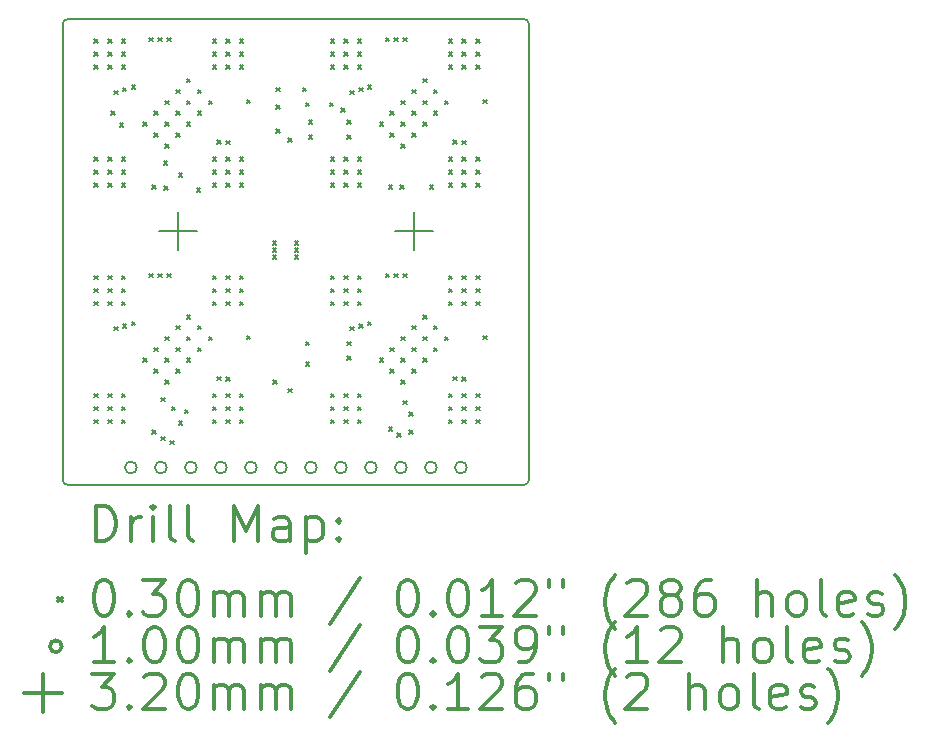
<source format=gbr>
%FSLAX45Y45*%
G04 Gerber Fmt 4.5, Leading zero omitted, Abs format (unit mm)*
G04 Created by KiCad (PCBNEW no-vcs-found-3ac87f6~59~ubuntu17.04.1) date Thu Aug 31 20:51:05 2017*
%MOMM*%
%LPD*%
G01*
G04 APERTURE LIST*
%ADD10C,0.150000*%
%ADD11C,0.200000*%
%ADD12C,0.300000*%
G04 APERTURE END LIST*
D10*
X8975000Y-8900000D02*
G75*
G02X8925000Y-8950000I-50000J0D01*
G01*
X8925000Y-5000000D02*
G75*
G02X8975000Y-5050000I0J-50000D01*
G01*
X5025000Y-5050000D02*
G75*
G02X5075000Y-5000000I50000J0D01*
G01*
X5075000Y-8950000D02*
G75*
G02X5025000Y-8900000I0J50000D01*
G01*
X5025000Y-8900000D02*
X5025000Y-5050000D01*
X8925000Y-8950000D02*
X5075000Y-8950000D01*
X8975000Y-5050000D02*
X8975000Y-8900000D01*
X5075000Y-5000000D02*
X8925000Y-5000000D01*
D11*
X5435000Y-5785002D02*
X5465000Y-5815002D01*
X5465000Y-5785002D02*
X5435000Y-5815002D01*
X5460000Y-5610000D02*
X5490000Y-5640000D01*
X5490000Y-5610000D02*
X5460000Y-5640000D01*
X5460000Y-7610000D02*
X5490000Y-7640000D01*
X5490000Y-7610000D02*
X5460000Y-7640000D01*
X5510005Y-5885000D02*
X5540005Y-5915000D01*
X5540005Y-5885000D02*
X5510005Y-5915000D01*
X5535000Y-5585000D02*
X5565000Y-5615000D01*
X5565000Y-5585000D02*
X5535000Y-5615000D01*
X5535000Y-7585000D02*
X5565000Y-7615000D01*
X5565000Y-7585000D02*
X5535000Y-7615000D01*
X5610000Y-5565001D02*
X5640000Y-5595001D01*
X5640000Y-5565001D02*
X5610000Y-5595001D01*
X5610000Y-7565001D02*
X5640000Y-7595001D01*
X5640000Y-7565001D02*
X5610000Y-7595001D01*
X5760000Y-5160000D02*
X5790000Y-5190000D01*
X5790000Y-5160000D02*
X5760000Y-5190000D01*
X5760000Y-7160000D02*
X5790000Y-7190000D01*
X5790000Y-7160000D02*
X5760000Y-7190000D01*
X5785000Y-6410000D02*
X5815000Y-6440000D01*
X5815000Y-6410000D02*
X5785000Y-6440000D01*
X5785000Y-8485000D02*
X5815000Y-8515000D01*
X5815000Y-8485000D02*
X5785000Y-8515000D01*
X5835000Y-5160000D02*
X5865000Y-5190000D01*
X5865000Y-5160000D02*
X5835000Y-5190000D01*
X5835000Y-7160000D02*
X5865000Y-7190000D01*
X5865000Y-7160000D02*
X5835000Y-7190000D01*
X5860000Y-8210000D02*
X5890000Y-8240000D01*
X5890000Y-8210000D02*
X5860000Y-8240000D01*
X5860000Y-8540001D02*
X5890000Y-8570001D01*
X5890000Y-8540001D02*
X5860000Y-8570001D01*
X5881966Y-6206966D02*
X5911966Y-6236966D01*
X5911966Y-6206966D02*
X5881966Y-6236966D01*
X5883609Y-6420001D02*
X5913609Y-6450001D01*
X5913609Y-6420001D02*
X5883609Y-6450001D01*
X5910001Y-5160000D02*
X5940001Y-5190000D01*
X5940001Y-5160000D02*
X5910001Y-5190000D01*
X5910001Y-7160000D02*
X5940001Y-7190000D01*
X5940001Y-7160000D02*
X5910001Y-7190000D01*
X5935000Y-8575002D02*
X5965000Y-8605002D01*
X5965000Y-8575002D02*
X5935000Y-8605002D01*
X5949999Y-8285310D02*
X5979999Y-8315310D01*
X5979999Y-8285310D02*
X5949999Y-8315310D01*
X6010000Y-6310000D02*
X6040000Y-6340000D01*
X6040000Y-6310000D02*
X6010000Y-6340000D01*
X6010000Y-8410000D02*
X6040000Y-8440000D01*
X6040000Y-8410000D02*
X6010000Y-8440000D01*
X6060000Y-8310000D02*
X6090000Y-8340000D01*
X6090000Y-8310000D02*
X6060000Y-8340000D01*
X6160000Y-6435000D02*
X6190000Y-6465000D01*
X6190000Y-6435000D02*
X6160000Y-6465000D01*
X6333289Y-6029999D02*
X6363289Y-6059999D01*
X6363289Y-6029999D02*
X6333289Y-6059999D01*
X6333289Y-8029999D02*
X6363289Y-8059999D01*
X6363289Y-8029999D02*
X6333289Y-8059999D01*
X6410000Y-6035000D02*
X6440000Y-6065000D01*
X6440000Y-6035000D02*
X6410000Y-6065000D01*
X6410000Y-8035000D02*
X6440000Y-8065000D01*
X6440000Y-8035000D02*
X6410000Y-8065000D01*
X6585000Y-5685000D02*
X6615000Y-5715000D01*
X6615000Y-5685000D02*
X6585000Y-5715000D01*
X6585000Y-7685000D02*
X6615000Y-7715000D01*
X6615000Y-7685000D02*
X6585000Y-7715000D01*
X6805000Y-6885000D02*
X6835000Y-6915000D01*
X6835000Y-6885000D02*
X6805000Y-6915000D01*
X6805000Y-6945000D02*
X6835000Y-6975000D01*
X6835000Y-6945000D02*
X6805000Y-6975000D01*
X6805000Y-7005000D02*
X6835000Y-7035000D01*
X6835000Y-7005000D02*
X6805000Y-7035000D01*
X6810000Y-8060000D02*
X6840000Y-8090000D01*
X6840000Y-8060000D02*
X6810000Y-8090000D01*
X6835000Y-5585000D02*
X6865000Y-5615000D01*
X6865000Y-5585000D02*
X6835000Y-5615000D01*
X6835000Y-5735000D02*
X6865000Y-5765000D01*
X6865000Y-5735000D02*
X6835000Y-5765000D01*
X6835000Y-5934996D02*
X6865000Y-5964996D01*
X6865000Y-5934996D02*
X6835000Y-5964996D01*
X6935000Y-6010000D02*
X6965000Y-6040000D01*
X6965000Y-6010000D02*
X6935000Y-6040000D01*
X6935000Y-8135000D02*
X6965000Y-8165000D01*
X6965000Y-8135000D02*
X6935000Y-8165000D01*
X6990001Y-6885000D02*
X7020001Y-6915000D01*
X7020001Y-6885000D02*
X6990001Y-6915000D01*
X6990001Y-6945000D02*
X7020001Y-6975000D01*
X7020001Y-6945000D02*
X6990001Y-6975000D01*
X6990001Y-7005000D02*
X7020001Y-7035000D01*
X7020001Y-7005000D02*
X6990001Y-7035000D01*
X7060000Y-5585000D02*
X7090000Y-5615000D01*
X7090000Y-5585000D02*
X7060000Y-5615000D01*
X7085000Y-7735000D02*
X7115000Y-7765000D01*
X7115000Y-7735000D02*
X7085000Y-7765000D01*
X7085000Y-7910003D02*
X7115000Y-7940003D01*
X7115000Y-7910003D02*
X7085000Y-7940003D01*
X7085002Y-5710000D02*
X7115002Y-5740000D01*
X7115002Y-5710000D02*
X7085002Y-5740000D01*
X7110000Y-5985002D02*
X7140000Y-6015002D01*
X7140000Y-5985002D02*
X7110000Y-6015002D01*
X7110001Y-5860000D02*
X7140001Y-5890000D01*
X7140001Y-5860000D02*
X7110001Y-5890000D01*
X7285000Y-5710000D02*
X7315000Y-5740000D01*
X7315000Y-5710000D02*
X7285000Y-5740000D01*
X7385000Y-5760000D02*
X7415000Y-5790000D01*
X7415000Y-5760000D02*
X7385000Y-5790000D01*
X7435000Y-5860000D02*
X7465000Y-5890000D01*
X7465000Y-5860000D02*
X7435000Y-5890000D01*
X7435000Y-5985000D02*
X7465000Y-6015000D01*
X7465000Y-5985000D02*
X7435000Y-6015000D01*
X7435000Y-7735000D02*
X7465000Y-7765000D01*
X7465000Y-7735000D02*
X7435000Y-7765000D01*
X7435000Y-7860000D02*
X7465000Y-7890000D01*
X7465000Y-7860000D02*
X7435000Y-7890000D01*
X7460000Y-5610000D02*
X7490000Y-5640000D01*
X7490000Y-5610000D02*
X7460000Y-5640000D01*
X7460000Y-7610000D02*
X7490000Y-7640000D01*
X7490000Y-7610000D02*
X7460000Y-7640000D01*
X7535000Y-5585000D02*
X7565000Y-5615000D01*
X7565000Y-5585000D02*
X7535000Y-5615000D01*
X7535000Y-7585000D02*
X7565000Y-7615000D01*
X7565000Y-7585000D02*
X7535000Y-7615000D01*
X7610000Y-5565001D02*
X7640000Y-5595001D01*
X7640000Y-5565001D02*
X7610000Y-5595001D01*
X7610000Y-7565001D02*
X7640000Y-7595001D01*
X7640000Y-7565001D02*
X7610000Y-7595001D01*
X7760000Y-5160000D02*
X7790000Y-5190000D01*
X7790000Y-5160000D02*
X7760000Y-5190000D01*
X7760000Y-7160000D02*
X7790000Y-7190000D01*
X7790000Y-7160000D02*
X7760000Y-7190000D01*
X7785000Y-6410000D02*
X7815000Y-6440000D01*
X7815000Y-6410000D02*
X7785000Y-6440000D01*
X7785000Y-8460000D02*
X7815000Y-8490000D01*
X7815000Y-8460000D02*
X7785000Y-8490000D01*
X7835000Y-5160000D02*
X7865000Y-5190000D01*
X7865000Y-5160000D02*
X7835000Y-5190000D01*
X7835000Y-7160000D02*
X7865000Y-7190000D01*
X7865000Y-7160000D02*
X7835000Y-7190000D01*
X7860000Y-8510000D02*
X7890000Y-8540000D01*
X7890000Y-8510000D02*
X7860000Y-8540000D01*
X7884996Y-6410000D02*
X7914996Y-6440000D01*
X7914996Y-6410000D02*
X7884996Y-6440000D01*
X7910000Y-8235000D02*
X7940000Y-8265000D01*
X7940000Y-8235000D02*
X7910000Y-8265000D01*
X7910001Y-5160000D02*
X7940001Y-5190000D01*
X7940001Y-5160000D02*
X7910001Y-5190000D01*
X7910001Y-7160000D02*
X7940001Y-7190000D01*
X7940001Y-7160000D02*
X7910001Y-7190000D01*
X7960000Y-8330000D02*
X7990000Y-8360000D01*
X7990000Y-8330000D02*
X7960000Y-8360000D01*
X7960000Y-8485000D02*
X7990000Y-8515000D01*
X7990000Y-8485000D02*
X7960000Y-8515000D01*
X8134999Y-6410000D02*
X8164999Y-6440000D01*
X8164999Y-6410000D02*
X8134999Y-6440000D01*
X8333289Y-6029999D02*
X8363289Y-6059999D01*
X8363289Y-6029999D02*
X8333289Y-6059999D01*
X8333289Y-8029999D02*
X8363289Y-8059999D01*
X8363289Y-8029999D02*
X8333289Y-8059999D01*
X8410000Y-6035000D02*
X8440000Y-6065000D01*
X8440000Y-6035000D02*
X8410000Y-6065000D01*
X8410000Y-8035000D02*
X8440000Y-8065000D01*
X8440000Y-8035000D02*
X8410000Y-8065000D01*
X8585000Y-5685000D02*
X8615000Y-5715000D01*
X8615000Y-5685000D02*
X8585000Y-5715000D01*
X8585000Y-7685000D02*
X8615000Y-7715000D01*
X8615000Y-7685000D02*
X8585000Y-7715000D01*
X7295000Y-5175000D02*
X7325000Y-5205000D01*
X7325000Y-5175000D02*
X7295000Y-5205000D01*
X7295000Y-5285000D02*
X7325000Y-5315000D01*
X7325000Y-5285000D02*
X7295000Y-5315000D01*
X7295000Y-5395000D02*
X7325000Y-5425000D01*
X7325000Y-5395000D02*
X7295000Y-5425000D01*
X7410000Y-5175000D02*
X7440000Y-5205000D01*
X7440000Y-5175000D02*
X7410000Y-5205000D01*
X7410000Y-5285000D02*
X7440000Y-5315000D01*
X7440000Y-5285000D02*
X7410000Y-5315000D01*
X7410000Y-5395000D02*
X7440000Y-5425000D01*
X7440000Y-5395000D02*
X7410000Y-5425000D01*
X7525000Y-5175000D02*
X7555000Y-5205000D01*
X7555000Y-5175000D02*
X7525000Y-5205000D01*
X7525000Y-5285000D02*
X7555000Y-5315000D01*
X7555000Y-5285000D02*
X7525000Y-5315000D01*
X7525000Y-5395000D02*
X7555000Y-5425000D01*
X7555000Y-5395000D02*
X7525000Y-5425000D01*
X8295000Y-6175000D02*
X8325000Y-6205000D01*
X8325000Y-6175000D02*
X8295000Y-6205000D01*
X8295000Y-6285000D02*
X8325000Y-6315000D01*
X8325000Y-6285000D02*
X8295000Y-6315000D01*
X8295000Y-6395000D02*
X8325000Y-6425000D01*
X8325000Y-6395000D02*
X8295000Y-6425000D01*
X8410000Y-6175000D02*
X8440000Y-6205000D01*
X8440000Y-6175000D02*
X8410000Y-6205000D01*
X8410000Y-6285000D02*
X8440000Y-6315000D01*
X8440000Y-6285000D02*
X8410000Y-6315000D01*
X8410000Y-6395000D02*
X8440000Y-6425000D01*
X8440000Y-6395000D02*
X8410000Y-6425000D01*
X8525000Y-6175000D02*
X8555000Y-6205000D01*
X8555000Y-6175000D02*
X8525000Y-6205000D01*
X8525000Y-6285000D02*
X8555000Y-6315000D01*
X8555000Y-6285000D02*
X8525000Y-6315000D01*
X8525000Y-6395000D02*
X8555000Y-6425000D01*
X8555000Y-6395000D02*
X8525000Y-6425000D01*
X5709228Y-7876924D02*
X5739228Y-7906924D01*
X5739228Y-7876924D02*
X5709228Y-7906924D01*
X5801152Y-7785000D02*
X5831152Y-7815000D01*
X5831152Y-7785000D02*
X5801152Y-7815000D01*
X5801152Y-7968848D02*
X5831152Y-7998848D01*
X5831152Y-7968848D02*
X5801152Y-7998848D01*
X5893076Y-7693076D02*
X5923076Y-7723076D01*
X5923076Y-7693076D02*
X5893076Y-7723076D01*
X5893076Y-7876924D02*
X5923076Y-7906924D01*
X5923076Y-7876924D02*
X5893076Y-7906924D01*
X5893076Y-8060772D02*
X5923076Y-8090772D01*
X5923076Y-8060772D02*
X5893076Y-8090772D01*
X5985000Y-7601152D02*
X6015000Y-7631152D01*
X6015000Y-7601152D02*
X5985000Y-7631152D01*
X5985000Y-7785000D02*
X6015000Y-7815000D01*
X6015000Y-7785000D02*
X5985000Y-7815000D01*
X5985000Y-7968848D02*
X6015000Y-7998848D01*
X6015000Y-7968848D02*
X5985000Y-7998848D01*
X6076924Y-7509228D02*
X6106924Y-7539228D01*
X6106924Y-7509228D02*
X6076924Y-7539228D01*
X6076924Y-7693076D02*
X6106924Y-7723076D01*
X6106924Y-7693076D02*
X6076924Y-7723076D01*
X6076924Y-7876924D02*
X6106924Y-7906924D01*
X6106924Y-7876924D02*
X6076924Y-7906924D01*
X6168848Y-7601152D02*
X6198848Y-7631152D01*
X6198848Y-7601152D02*
X6168848Y-7631152D01*
X6168848Y-7785000D02*
X6198848Y-7815000D01*
X6198848Y-7785000D02*
X6168848Y-7815000D01*
X6260772Y-7693076D02*
X6290772Y-7723076D01*
X6290772Y-7693076D02*
X6260772Y-7723076D01*
X5295000Y-8175000D02*
X5325000Y-8205000D01*
X5325000Y-8175000D02*
X5295000Y-8205000D01*
X5295000Y-8285000D02*
X5325000Y-8315000D01*
X5325000Y-8285000D02*
X5295000Y-8315000D01*
X5295000Y-8395000D02*
X5325000Y-8425000D01*
X5325000Y-8395000D02*
X5295000Y-8425000D01*
X5410000Y-8175000D02*
X5440000Y-8205000D01*
X5440000Y-8175000D02*
X5410000Y-8205000D01*
X5410000Y-8285000D02*
X5440000Y-8315000D01*
X5440000Y-8285000D02*
X5410000Y-8315000D01*
X5410000Y-8395000D02*
X5440000Y-8425000D01*
X5440000Y-8395000D02*
X5410000Y-8425000D01*
X5525000Y-8175000D02*
X5555000Y-8205000D01*
X5555000Y-8175000D02*
X5525000Y-8205000D01*
X5525000Y-8285000D02*
X5555000Y-8315000D01*
X5555000Y-8285000D02*
X5525000Y-8315000D01*
X5525000Y-8395000D02*
X5555000Y-8425000D01*
X5555000Y-8395000D02*
X5525000Y-8425000D01*
X5295000Y-5175000D02*
X5325000Y-5205000D01*
X5325000Y-5175000D02*
X5295000Y-5205000D01*
X5295000Y-5285000D02*
X5325000Y-5315000D01*
X5325000Y-5285000D02*
X5295000Y-5315000D01*
X5295000Y-5395000D02*
X5325000Y-5425000D01*
X5325000Y-5395000D02*
X5295000Y-5425000D01*
X5410000Y-5175000D02*
X5440000Y-5205000D01*
X5440000Y-5175000D02*
X5410000Y-5205000D01*
X5410000Y-5285000D02*
X5440000Y-5315000D01*
X5440000Y-5285000D02*
X5410000Y-5315000D01*
X5410000Y-5395000D02*
X5440000Y-5425000D01*
X5440000Y-5395000D02*
X5410000Y-5425000D01*
X5525000Y-5175000D02*
X5555000Y-5205000D01*
X5555000Y-5175000D02*
X5525000Y-5205000D01*
X5525000Y-5285000D02*
X5555000Y-5315000D01*
X5555000Y-5285000D02*
X5525000Y-5315000D01*
X5525000Y-5395000D02*
X5555000Y-5425000D01*
X5555000Y-5395000D02*
X5525000Y-5425000D01*
X6295000Y-6175000D02*
X6325000Y-6205000D01*
X6325000Y-6175000D02*
X6295000Y-6205000D01*
X6295000Y-6285000D02*
X6325000Y-6315000D01*
X6325000Y-6285000D02*
X6295000Y-6315000D01*
X6295000Y-6395000D02*
X6325000Y-6425000D01*
X6325000Y-6395000D02*
X6295000Y-6425000D01*
X6410000Y-6175000D02*
X6440000Y-6205000D01*
X6440000Y-6175000D02*
X6410000Y-6205000D01*
X6410000Y-6285000D02*
X6440000Y-6315000D01*
X6440000Y-6285000D02*
X6410000Y-6315000D01*
X6410000Y-6395000D02*
X6440000Y-6425000D01*
X6440000Y-6395000D02*
X6410000Y-6425000D01*
X6525000Y-6175000D02*
X6555000Y-6205000D01*
X6555000Y-6175000D02*
X6525000Y-6205000D01*
X6525000Y-6285000D02*
X6555000Y-6315000D01*
X6555000Y-6285000D02*
X6525000Y-6315000D01*
X6525000Y-6395000D02*
X6555000Y-6425000D01*
X6555000Y-6395000D02*
X6525000Y-6425000D01*
X7709228Y-5876924D02*
X7739228Y-5906924D01*
X7739228Y-5876924D02*
X7709228Y-5906924D01*
X7801152Y-5785000D02*
X7831152Y-5815000D01*
X7831152Y-5785000D02*
X7801152Y-5815000D01*
X7801152Y-5968848D02*
X7831152Y-5998848D01*
X7831152Y-5968848D02*
X7801152Y-5998848D01*
X7893076Y-5693076D02*
X7923076Y-5723076D01*
X7923076Y-5693076D02*
X7893076Y-5723076D01*
X7893076Y-5876924D02*
X7923076Y-5906924D01*
X7923076Y-5876924D02*
X7893076Y-5906924D01*
X7893076Y-6060772D02*
X7923076Y-6090772D01*
X7923076Y-6060772D02*
X7893076Y-6090772D01*
X7985000Y-5601152D02*
X8015000Y-5631152D01*
X8015000Y-5601152D02*
X7985000Y-5631152D01*
X7985000Y-5785000D02*
X8015000Y-5815000D01*
X8015000Y-5785000D02*
X7985000Y-5815000D01*
X7985000Y-5968848D02*
X8015000Y-5998848D01*
X8015000Y-5968848D02*
X7985000Y-5998848D01*
X8076924Y-5509228D02*
X8106924Y-5539228D01*
X8106924Y-5509228D02*
X8076924Y-5539228D01*
X8076924Y-5693076D02*
X8106924Y-5723076D01*
X8106924Y-5693076D02*
X8076924Y-5723076D01*
X8076924Y-5876924D02*
X8106924Y-5906924D01*
X8106924Y-5876924D02*
X8076924Y-5906924D01*
X8168848Y-5601152D02*
X8198848Y-5631152D01*
X8198848Y-5601152D02*
X8168848Y-5631152D01*
X8168848Y-5785000D02*
X8198848Y-5815000D01*
X8198848Y-5785000D02*
X8168848Y-5815000D01*
X8260772Y-5693076D02*
X8290772Y-5723076D01*
X8290772Y-5693076D02*
X8260772Y-5723076D01*
X8295000Y-8175000D02*
X8325000Y-8205000D01*
X8325000Y-8175000D02*
X8295000Y-8205000D01*
X8295000Y-8285000D02*
X8325000Y-8315000D01*
X8325000Y-8285000D02*
X8295000Y-8315000D01*
X8295000Y-8395000D02*
X8325000Y-8425000D01*
X8325000Y-8395000D02*
X8295000Y-8425000D01*
X8410000Y-8175000D02*
X8440000Y-8205000D01*
X8440000Y-8175000D02*
X8410000Y-8205000D01*
X8410000Y-8285000D02*
X8440000Y-8315000D01*
X8440000Y-8285000D02*
X8410000Y-8315000D01*
X8410000Y-8395000D02*
X8440000Y-8425000D01*
X8440000Y-8395000D02*
X8410000Y-8425000D01*
X8525000Y-8175000D02*
X8555000Y-8205000D01*
X8555000Y-8175000D02*
X8525000Y-8205000D01*
X8525000Y-8285000D02*
X8555000Y-8315000D01*
X8555000Y-8285000D02*
X8525000Y-8315000D01*
X8525000Y-8395000D02*
X8555000Y-8425000D01*
X8555000Y-8395000D02*
X8525000Y-8425000D01*
X7295000Y-8175000D02*
X7325000Y-8205000D01*
X7325000Y-8175000D02*
X7295000Y-8205000D01*
X7295000Y-8285000D02*
X7325000Y-8315000D01*
X7325000Y-8285000D02*
X7295000Y-8315000D01*
X7295000Y-8395000D02*
X7325000Y-8425000D01*
X7325000Y-8395000D02*
X7295000Y-8425000D01*
X7410000Y-8175000D02*
X7440000Y-8205000D01*
X7440000Y-8175000D02*
X7410000Y-8205000D01*
X7410000Y-8285000D02*
X7440000Y-8315000D01*
X7440000Y-8285000D02*
X7410000Y-8315000D01*
X7410000Y-8395000D02*
X7440000Y-8425000D01*
X7440000Y-8395000D02*
X7410000Y-8425000D01*
X7525000Y-8175000D02*
X7555000Y-8205000D01*
X7555000Y-8175000D02*
X7525000Y-8205000D01*
X7525000Y-8285000D02*
X7555000Y-8315000D01*
X7555000Y-8285000D02*
X7525000Y-8315000D01*
X7525000Y-8395000D02*
X7555000Y-8425000D01*
X7555000Y-8395000D02*
X7525000Y-8425000D01*
X6295000Y-8175000D02*
X6325000Y-8205000D01*
X6325000Y-8175000D02*
X6295000Y-8205000D01*
X6295000Y-8285000D02*
X6325000Y-8315000D01*
X6325000Y-8285000D02*
X6295000Y-8315000D01*
X6295000Y-8395000D02*
X6325000Y-8425000D01*
X6325000Y-8395000D02*
X6295000Y-8425000D01*
X6410000Y-8175000D02*
X6440000Y-8205000D01*
X6440000Y-8175000D02*
X6410000Y-8205000D01*
X6410000Y-8285000D02*
X6440000Y-8315000D01*
X6440000Y-8285000D02*
X6410000Y-8315000D01*
X6410000Y-8395000D02*
X6440000Y-8425000D01*
X6440000Y-8395000D02*
X6410000Y-8425000D01*
X6525000Y-8175000D02*
X6555000Y-8205000D01*
X6555000Y-8175000D02*
X6525000Y-8205000D01*
X6525000Y-8285000D02*
X6555000Y-8315000D01*
X6555000Y-8285000D02*
X6525000Y-8315000D01*
X6525000Y-8395000D02*
X6555000Y-8425000D01*
X6555000Y-8395000D02*
X6525000Y-8425000D01*
X6295000Y-5175000D02*
X6325000Y-5205000D01*
X6325000Y-5175000D02*
X6295000Y-5205000D01*
X6295000Y-5285000D02*
X6325000Y-5315000D01*
X6325000Y-5285000D02*
X6295000Y-5315000D01*
X6295000Y-5395000D02*
X6325000Y-5425000D01*
X6325000Y-5395000D02*
X6295000Y-5425000D01*
X6410000Y-5175000D02*
X6440000Y-5205000D01*
X6440000Y-5175000D02*
X6410000Y-5205000D01*
X6410000Y-5285000D02*
X6440000Y-5315000D01*
X6440000Y-5285000D02*
X6410000Y-5315000D01*
X6410000Y-5395000D02*
X6440000Y-5425000D01*
X6440000Y-5395000D02*
X6410000Y-5425000D01*
X6525000Y-5175000D02*
X6555000Y-5205000D01*
X6555000Y-5175000D02*
X6525000Y-5205000D01*
X6525000Y-5285000D02*
X6555000Y-5315000D01*
X6555000Y-5285000D02*
X6525000Y-5315000D01*
X6525000Y-5395000D02*
X6555000Y-5425000D01*
X6555000Y-5395000D02*
X6525000Y-5425000D01*
X5295000Y-6175000D02*
X5325000Y-6205000D01*
X5325000Y-6175000D02*
X5295000Y-6205000D01*
X5295000Y-6285000D02*
X5325000Y-6315000D01*
X5325000Y-6285000D02*
X5295000Y-6315000D01*
X5295000Y-6395000D02*
X5325000Y-6425000D01*
X5325000Y-6395000D02*
X5295000Y-6425000D01*
X5410000Y-6175000D02*
X5440000Y-6205000D01*
X5440000Y-6175000D02*
X5410000Y-6205000D01*
X5410000Y-6285000D02*
X5440000Y-6315000D01*
X5440000Y-6285000D02*
X5410000Y-6315000D01*
X5410000Y-6395000D02*
X5440000Y-6425000D01*
X5440000Y-6395000D02*
X5410000Y-6425000D01*
X5525000Y-6175000D02*
X5555000Y-6205000D01*
X5555000Y-6175000D02*
X5525000Y-6205000D01*
X5525000Y-6285000D02*
X5555000Y-6315000D01*
X5555000Y-6285000D02*
X5525000Y-6315000D01*
X5525000Y-6395000D02*
X5555000Y-6425000D01*
X5555000Y-6395000D02*
X5525000Y-6425000D01*
X7295000Y-6175000D02*
X7325000Y-6205000D01*
X7325000Y-6175000D02*
X7295000Y-6205000D01*
X7295000Y-6285000D02*
X7325000Y-6315000D01*
X7325000Y-6285000D02*
X7295000Y-6315000D01*
X7295000Y-6395000D02*
X7325000Y-6425000D01*
X7325000Y-6395000D02*
X7295000Y-6425000D01*
X7410000Y-6175000D02*
X7440000Y-6205000D01*
X7440000Y-6175000D02*
X7410000Y-6205000D01*
X7410000Y-6285000D02*
X7440000Y-6315000D01*
X7440000Y-6285000D02*
X7410000Y-6315000D01*
X7410000Y-6395000D02*
X7440000Y-6425000D01*
X7440000Y-6395000D02*
X7410000Y-6425000D01*
X7525000Y-6175000D02*
X7555000Y-6205000D01*
X7555000Y-6175000D02*
X7525000Y-6205000D01*
X7525000Y-6285000D02*
X7555000Y-6315000D01*
X7555000Y-6285000D02*
X7525000Y-6315000D01*
X7525000Y-6395000D02*
X7555000Y-6425000D01*
X7555000Y-6395000D02*
X7525000Y-6425000D01*
X5709228Y-5876924D02*
X5739228Y-5906924D01*
X5739228Y-5876924D02*
X5709228Y-5906924D01*
X5801152Y-5785000D02*
X5831152Y-5815000D01*
X5831152Y-5785000D02*
X5801152Y-5815000D01*
X5801152Y-5968848D02*
X5831152Y-5998848D01*
X5831152Y-5968848D02*
X5801152Y-5998848D01*
X5893076Y-5693076D02*
X5923076Y-5723076D01*
X5923076Y-5693076D02*
X5893076Y-5723076D01*
X5893076Y-5876924D02*
X5923076Y-5906924D01*
X5923076Y-5876924D02*
X5893076Y-5906924D01*
X5893076Y-6060772D02*
X5923076Y-6090772D01*
X5923076Y-6060772D02*
X5893076Y-6090772D01*
X5985000Y-5601152D02*
X6015000Y-5631152D01*
X6015000Y-5601152D02*
X5985000Y-5631152D01*
X5985000Y-5785000D02*
X6015000Y-5815000D01*
X6015000Y-5785000D02*
X5985000Y-5815000D01*
X5985000Y-5968848D02*
X6015000Y-5998848D01*
X6015000Y-5968848D02*
X5985000Y-5998848D01*
X6076924Y-5509228D02*
X6106924Y-5539228D01*
X6106924Y-5509228D02*
X6076924Y-5539228D01*
X6076924Y-5693076D02*
X6106924Y-5723076D01*
X6106924Y-5693076D02*
X6076924Y-5723076D01*
X6076924Y-5876924D02*
X6106924Y-5906924D01*
X6106924Y-5876924D02*
X6076924Y-5906924D01*
X6168848Y-5601152D02*
X6198848Y-5631152D01*
X6198848Y-5601152D02*
X6168848Y-5631152D01*
X6168848Y-5785000D02*
X6198848Y-5815000D01*
X6198848Y-5785000D02*
X6168848Y-5815000D01*
X6260772Y-5693076D02*
X6290772Y-5723076D01*
X6290772Y-5693076D02*
X6260772Y-5723076D01*
X6295000Y-7175000D02*
X6325000Y-7205000D01*
X6325000Y-7175000D02*
X6295000Y-7205000D01*
X6295000Y-7285000D02*
X6325000Y-7315000D01*
X6325000Y-7285000D02*
X6295000Y-7315000D01*
X6295000Y-7395000D02*
X6325000Y-7425000D01*
X6325000Y-7395000D02*
X6295000Y-7425000D01*
X6410000Y-7175000D02*
X6440000Y-7205000D01*
X6440000Y-7175000D02*
X6410000Y-7205000D01*
X6410000Y-7285000D02*
X6440000Y-7315000D01*
X6440000Y-7285000D02*
X6410000Y-7315000D01*
X6410000Y-7395000D02*
X6440000Y-7425000D01*
X6440000Y-7395000D02*
X6410000Y-7425000D01*
X6525000Y-7175000D02*
X6555000Y-7205000D01*
X6555000Y-7175000D02*
X6525000Y-7205000D01*
X6525000Y-7285000D02*
X6555000Y-7315000D01*
X6555000Y-7285000D02*
X6525000Y-7315000D01*
X6525000Y-7395000D02*
X6555000Y-7425000D01*
X6555000Y-7395000D02*
X6525000Y-7425000D01*
X5295000Y-7175000D02*
X5325000Y-7205000D01*
X5325000Y-7175000D02*
X5295000Y-7205000D01*
X5295000Y-7285000D02*
X5325000Y-7315000D01*
X5325000Y-7285000D02*
X5295000Y-7315000D01*
X5295000Y-7395000D02*
X5325000Y-7425000D01*
X5325000Y-7395000D02*
X5295000Y-7425000D01*
X5410000Y-7175000D02*
X5440000Y-7205000D01*
X5440000Y-7175000D02*
X5410000Y-7205000D01*
X5410000Y-7285000D02*
X5440000Y-7315000D01*
X5440000Y-7285000D02*
X5410000Y-7315000D01*
X5410000Y-7395000D02*
X5440000Y-7425000D01*
X5440000Y-7395000D02*
X5410000Y-7425000D01*
X5525000Y-7175000D02*
X5555000Y-7205000D01*
X5555000Y-7175000D02*
X5525000Y-7205000D01*
X5525000Y-7285000D02*
X5555000Y-7315000D01*
X5555000Y-7285000D02*
X5525000Y-7315000D01*
X5525000Y-7395000D02*
X5555000Y-7425000D01*
X5555000Y-7395000D02*
X5525000Y-7425000D01*
X8295000Y-5175000D02*
X8325000Y-5205000D01*
X8325000Y-5175000D02*
X8295000Y-5205000D01*
X8295000Y-5285000D02*
X8325000Y-5315000D01*
X8325000Y-5285000D02*
X8295000Y-5315000D01*
X8295000Y-5395000D02*
X8325000Y-5425000D01*
X8325000Y-5395000D02*
X8295000Y-5425000D01*
X8410000Y-5175000D02*
X8440000Y-5205000D01*
X8440000Y-5175000D02*
X8410000Y-5205000D01*
X8410000Y-5285000D02*
X8440000Y-5315000D01*
X8440000Y-5285000D02*
X8410000Y-5315000D01*
X8410000Y-5395000D02*
X8440000Y-5425000D01*
X8440000Y-5395000D02*
X8410000Y-5425000D01*
X8525000Y-5175000D02*
X8555000Y-5205000D01*
X8555000Y-5175000D02*
X8525000Y-5205000D01*
X8525000Y-5285000D02*
X8555000Y-5315000D01*
X8555000Y-5285000D02*
X8525000Y-5315000D01*
X8525000Y-5395000D02*
X8555000Y-5425000D01*
X8555000Y-5395000D02*
X8525000Y-5425000D01*
X7295000Y-7175000D02*
X7325000Y-7205000D01*
X7325000Y-7175000D02*
X7295000Y-7205000D01*
X7295000Y-7285000D02*
X7325000Y-7315000D01*
X7325000Y-7285000D02*
X7295000Y-7315000D01*
X7295000Y-7395000D02*
X7325000Y-7425000D01*
X7325000Y-7395000D02*
X7295000Y-7425000D01*
X7410000Y-7175000D02*
X7440000Y-7205000D01*
X7440000Y-7175000D02*
X7410000Y-7205000D01*
X7410000Y-7285000D02*
X7440000Y-7315000D01*
X7440000Y-7285000D02*
X7410000Y-7315000D01*
X7410000Y-7395000D02*
X7440000Y-7425000D01*
X7440000Y-7395000D02*
X7410000Y-7425000D01*
X7525000Y-7175000D02*
X7555000Y-7205000D01*
X7555000Y-7175000D02*
X7525000Y-7205000D01*
X7525000Y-7285000D02*
X7555000Y-7315000D01*
X7555000Y-7285000D02*
X7525000Y-7315000D01*
X7525000Y-7395000D02*
X7555000Y-7425000D01*
X7555000Y-7395000D02*
X7525000Y-7425000D01*
X7709228Y-7876924D02*
X7739228Y-7906924D01*
X7739228Y-7876924D02*
X7709228Y-7906924D01*
X7801152Y-7785000D02*
X7831152Y-7815000D01*
X7831152Y-7785000D02*
X7801152Y-7815000D01*
X7801152Y-7968848D02*
X7831152Y-7998848D01*
X7831152Y-7968848D02*
X7801152Y-7998848D01*
X7893076Y-7693076D02*
X7923076Y-7723076D01*
X7923076Y-7693076D02*
X7893076Y-7723076D01*
X7893076Y-7876924D02*
X7923076Y-7906924D01*
X7923076Y-7876924D02*
X7893076Y-7906924D01*
X7893076Y-8060772D02*
X7923076Y-8090772D01*
X7923076Y-8060772D02*
X7893076Y-8090772D01*
X7985000Y-7601152D02*
X8015000Y-7631152D01*
X8015000Y-7601152D02*
X7985000Y-7631152D01*
X7985000Y-7785000D02*
X8015000Y-7815000D01*
X8015000Y-7785000D02*
X7985000Y-7815000D01*
X7985000Y-7968848D02*
X8015000Y-7998848D01*
X8015000Y-7968848D02*
X7985000Y-7998848D01*
X8076924Y-7509228D02*
X8106924Y-7539228D01*
X8106924Y-7509228D02*
X8076924Y-7539228D01*
X8076924Y-7693076D02*
X8106924Y-7723076D01*
X8106924Y-7693076D02*
X8076924Y-7723076D01*
X8076924Y-7876924D02*
X8106924Y-7906924D01*
X8106924Y-7876924D02*
X8076924Y-7906924D01*
X8168848Y-7601152D02*
X8198848Y-7631152D01*
X8198848Y-7601152D02*
X8168848Y-7631152D01*
X8168848Y-7785000D02*
X8198848Y-7815000D01*
X8198848Y-7785000D02*
X8168848Y-7815000D01*
X8260772Y-7693076D02*
X8290772Y-7723076D01*
X8290772Y-7693076D02*
X8260772Y-7723076D01*
X8295000Y-7175000D02*
X8325000Y-7205000D01*
X8325000Y-7175000D02*
X8295000Y-7205000D01*
X8295000Y-7285000D02*
X8325000Y-7315000D01*
X8325000Y-7285000D02*
X8295000Y-7315000D01*
X8295000Y-7395000D02*
X8325000Y-7425000D01*
X8325000Y-7395000D02*
X8295000Y-7425000D01*
X8410000Y-7175000D02*
X8440000Y-7205000D01*
X8440000Y-7175000D02*
X8410000Y-7205000D01*
X8410000Y-7285000D02*
X8440000Y-7315000D01*
X8440000Y-7285000D02*
X8410000Y-7315000D01*
X8410000Y-7395000D02*
X8440000Y-7425000D01*
X8440000Y-7395000D02*
X8410000Y-7425000D01*
X8525000Y-7175000D02*
X8555000Y-7205000D01*
X8555000Y-7175000D02*
X8525000Y-7205000D01*
X8525000Y-7285000D02*
X8555000Y-7315000D01*
X8555000Y-7285000D02*
X8525000Y-7315000D01*
X8525000Y-7395000D02*
X8555000Y-7425000D01*
X8555000Y-7395000D02*
X8525000Y-7425000D01*
X7939000Y-8800000D02*
G75*
G03X7939000Y-8800000I-50000J0D01*
G01*
X8193000Y-8800000D02*
G75*
G03X8193000Y-8800000I-50000J0D01*
G01*
X8447000Y-8800000D02*
G75*
G03X8447000Y-8800000I-50000J0D01*
G01*
X5653000Y-8800000D02*
G75*
G03X5653000Y-8800000I-50000J0D01*
G01*
X5907000Y-8800000D02*
G75*
G03X5907000Y-8800000I-50000J0D01*
G01*
X6161000Y-8800000D02*
G75*
G03X6161000Y-8800000I-50000J0D01*
G01*
X6415000Y-8800000D02*
G75*
G03X6415000Y-8800000I-50000J0D01*
G01*
X6669000Y-8800000D02*
G75*
G03X6669000Y-8800000I-50000J0D01*
G01*
X6923000Y-8800000D02*
G75*
G03X6923000Y-8800000I-50000J0D01*
G01*
X7177000Y-8800000D02*
G75*
G03X7177000Y-8800000I-50000J0D01*
G01*
X7431000Y-8800000D02*
G75*
G03X7431000Y-8800000I-50000J0D01*
G01*
X7685000Y-8800000D02*
G75*
G03X7685000Y-8800000I-50000J0D01*
G01*
X6000000Y-6640000D02*
X6000000Y-6960000D01*
X5840000Y-6800000D02*
X6160000Y-6800000D01*
X8000000Y-6640000D02*
X8000000Y-6960000D01*
X7840000Y-6800000D02*
X8160000Y-6800000D01*
D12*
X5303928Y-9423214D02*
X5303928Y-9123214D01*
X5375357Y-9123214D01*
X5418214Y-9137500D01*
X5446786Y-9166072D01*
X5461071Y-9194643D01*
X5475357Y-9251786D01*
X5475357Y-9294643D01*
X5461071Y-9351786D01*
X5446786Y-9380357D01*
X5418214Y-9408929D01*
X5375357Y-9423214D01*
X5303928Y-9423214D01*
X5603928Y-9423214D02*
X5603928Y-9223214D01*
X5603928Y-9280357D02*
X5618214Y-9251786D01*
X5632500Y-9237500D01*
X5661071Y-9223214D01*
X5689643Y-9223214D01*
X5789643Y-9423214D02*
X5789643Y-9223214D01*
X5789643Y-9123214D02*
X5775357Y-9137500D01*
X5789643Y-9151786D01*
X5803928Y-9137500D01*
X5789643Y-9123214D01*
X5789643Y-9151786D01*
X5975357Y-9423214D02*
X5946786Y-9408929D01*
X5932500Y-9380357D01*
X5932500Y-9123214D01*
X6132500Y-9423214D02*
X6103928Y-9408929D01*
X6089643Y-9380357D01*
X6089643Y-9123214D01*
X6475357Y-9423214D02*
X6475357Y-9123214D01*
X6575357Y-9337500D01*
X6675357Y-9123214D01*
X6675357Y-9423214D01*
X6946786Y-9423214D02*
X6946786Y-9266072D01*
X6932500Y-9237500D01*
X6903928Y-9223214D01*
X6846786Y-9223214D01*
X6818214Y-9237500D01*
X6946786Y-9408929D02*
X6918214Y-9423214D01*
X6846786Y-9423214D01*
X6818214Y-9408929D01*
X6803928Y-9380357D01*
X6803928Y-9351786D01*
X6818214Y-9323214D01*
X6846786Y-9308929D01*
X6918214Y-9308929D01*
X6946786Y-9294643D01*
X7089643Y-9223214D02*
X7089643Y-9523214D01*
X7089643Y-9237500D02*
X7118214Y-9223214D01*
X7175357Y-9223214D01*
X7203928Y-9237500D01*
X7218214Y-9251786D01*
X7232500Y-9280357D01*
X7232500Y-9366072D01*
X7218214Y-9394643D01*
X7203928Y-9408929D01*
X7175357Y-9423214D01*
X7118214Y-9423214D01*
X7089643Y-9408929D01*
X7361071Y-9394643D02*
X7375357Y-9408929D01*
X7361071Y-9423214D01*
X7346786Y-9408929D01*
X7361071Y-9394643D01*
X7361071Y-9423214D01*
X7361071Y-9237500D02*
X7375357Y-9251786D01*
X7361071Y-9266072D01*
X7346786Y-9251786D01*
X7361071Y-9237500D01*
X7361071Y-9266072D01*
X4987500Y-9902500D02*
X5017500Y-9932500D01*
X5017500Y-9902500D02*
X4987500Y-9932500D01*
X5361071Y-9753214D02*
X5389643Y-9753214D01*
X5418214Y-9767500D01*
X5432500Y-9781786D01*
X5446786Y-9810357D01*
X5461071Y-9867500D01*
X5461071Y-9938929D01*
X5446786Y-9996072D01*
X5432500Y-10024643D01*
X5418214Y-10038929D01*
X5389643Y-10053214D01*
X5361071Y-10053214D01*
X5332500Y-10038929D01*
X5318214Y-10024643D01*
X5303928Y-9996072D01*
X5289643Y-9938929D01*
X5289643Y-9867500D01*
X5303928Y-9810357D01*
X5318214Y-9781786D01*
X5332500Y-9767500D01*
X5361071Y-9753214D01*
X5589643Y-10024643D02*
X5603928Y-10038929D01*
X5589643Y-10053214D01*
X5575357Y-10038929D01*
X5589643Y-10024643D01*
X5589643Y-10053214D01*
X5703928Y-9753214D02*
X5889643Y-9753214D01*
X5789643Y-9867500D01*
X5832500Y-9867500D01*
X5861071Y-9881786D01*
X5875357Y-9896072D01*
X5889643Y-9924643D01*
X5889643Y-9996072D01*
X5875357Y-10024643D01*
X5861071Y-10038929D01*
X5832500Y-10053214D01*
X5746786Y-10053214D01*
X5718214Y-10038929D01*
X5703928Y-10024643D01*
X6075357Y-9753214D02*
X6103928Y-9753214D01*
X6132500Y-9767500D01*
X6146786Y-9781786D01*
X6161071Y-9810357D01*
X6175357Y-9867500D01*
X6175357Y-9938929D01*
X6161071Y-9996072D01*
X6146786Y-10024643D01*
X6132500Y-10038929D01*
X6103928Y-10053214D01*
X6075357Y-10053214D01*
X6046786Y-10038929D01*
X6032500Y-10024643D01*
X6018214Y-9996072D01*
X6003928Y-9938929D01*
X6003928Y-9867500D01*
X6018214Y-9810357D01*
X6032500Y-9781786D01*
X6046786Y-9767500D01*
X6075357Y-9753214D01*
X6303928Y-10053214D02*
X6303928Y-9853214D01*
X6303928Y-9881786D02*
X6318214Y-9867500D01*
X6346786Y-9853214D01*
X6389643Y-9853214D01*
X6418214Y-9867500D01*
X6432500Y-9896072D01*
X6432500Y-10053214D01*
X6432500Y-9896072D02*
X6446786Y-9867500D01*
X6475357Y-9853214D01*
X6518214Y-9853214D01*
X6546786Y-9867500D01*
X6561071Y-9896072D01*
X6561071Y-10053214D01*
X6703928Y-10053214D02*
X6703928Y-9853214D01*
X6703928Y-9881786D02*
X6718214Y-9867500D01*
X6746786Y-9853214D01*
X6789643Y-9853214D01*
X6818214Y-9867500D01*
X6832500Y-9896072D01*
X6832500Y-10053214D01*
X6832500Y-9896072D02*
X6846786Y-9867500D01*
X6875357Y-9853214D01*
X6918214Y-9853214D01*
X6946786Y-9867500D01*
X6961071Y-9896072D01*
X6961071Y-10053214D01*
X7546786Y-9738929D02*
X7289643Y-10124643D01*
X7932500Y-9753214D02*
X7961071Y-9753214D01*
X7989643Y-9767500D01*
X8003928Y-9781786D01*
X8018214Y-9810357D01*
X8032500Y-9867500D01*
X8032500Y-9938929D01*
X8018214Y-9996072D01*
X8003928Y-10024643D01*
X7989643Y-10038929D01*
X7961071Y-10053214D01*
X7932500Y-10053214D01*
X7903928Y-10038929D01*
X7889643Y-10024643D01*
X7875357Y-9996072D01*
X7861071Y-9938929D01*
X7861071Y-9867500D01*
X7875357Y-9810357D01*
X7889643Y-9781786D01*
X7903928Y-9767500D01*
X7932500Y-9753214D01*
X8161071Y-10024643D02*
X8175357Y-10038929D01*
X8161071Y-10053214D01*
X8146786Y-10038929D01*
X8161071Y-10024643D01*
X8161071Y-10053214D01*
X8361071Y-9753214D02*
X8389643Y-9753214D01*
X8418214Y-9767500D01*
X8432500Y-9781786D01*
X8446786Y-9810357D01*
X8461071Y-9867500D01*
X8461071Y-9938929D01*
X8446786Y-9996072D01*
X8432500Y-10024643D01*
X8418214Y-10038929D01*
X8389643Y-10053214D01*
X8361071Y-10053214D01*
X8332500Y-10038929D01*
X8318214Y-10024643D01*
X8303928Y-9996072D01*
X8289643Y-9938929D01*
X8289643Y-9867500D01*
X8303928Y-9810357D01*
X8318214Y-9781786D01*
X8332500Y-9767500D01*
X8361071Y-9753214D01*
X8746786Y-10053214D02*
X8575357Y-10053214D01*
X8661071Y-10053214D02*
X8661071Y-9753214D01*
X8632500Y-9796072D01*
X8603928Y-9824643D01*
X8575357Y-9838929D01*
X8861071Y-9781786D02*
X8875357Y-9767500D01*
X8903928Y-9753214D01*
X8975357Y-9753214D01*
X9003928Y-9767500D01*
X9018214Y-9781786D01*
X9032500Y-9810357D01*
X9032500Y-9838929D01*
X9018214Y-9881786D01*
X8846786Y-10053214D01*
X9032500Y-10053214D01*
X9146786Y-9753214D02*
X9146786Y-9810357D01*
X9261071Y-9753214D02*
X9261071Y-9810357D01*
X9703928Y-10167500D02*
X9689643Y-10153214D01*
X9661071Y-10110357D01*
X9646786Y-10081786D01*
X9632500Y-10038929D01*
X9618214Y-9967500D01*
X9618214Y-9910357D01*
X9632500Y-9838929D01*
X9646786Y-9796072D01*
X9661071Y-9767500D01*
X9689643Y-9724643D01*
X9703928Y-9710357D01*
X9803928Y-9781786D02*
X9818214Y-9767500D01*
X9846786Y-9753214D01*
X9918214Y-9753214D01*
X9946786Y-9767500D01*
X9961071Y-9781786D01*
X9975357Y-9810357D01*
X9975357Y-9838929D01*
X9961071Y-9881786D01*
X9789643Y-10053214D01*
X9975357Y-10053214D01*
X10146786Y-9881786D02*
X10118214Y-9867500D01*
X10103928Y-9853214D01*
X10089643Y-9824643D01*
X10089643Y-9810357D01*
X10103928Y-9781786D01*
X10118214Y-9767500D01*
X10146786Y-9753214D01*
X10203928Y-9753214D01*
X10232500Y-9767500D01*
X10246786Y-9781786D01*
X10261071Y-9810357D01*
X10261071Y-9824643D01*
X10246786Y-9853214D01*
X10232500Y-9867500D01*
X10203928Y-9881786D01*
X10146786Y-9881786D01*
X10118214Y-9896072D01*
X10103928Y-9910357D01*
X10089643Y-9938929D01*
X10089643Y-9996072D01*
X10103928Y-10024643D01*
X10118214Y-10038929D01*
X10146786Y-10053214D01*
X10203928Y-10053214D01*
X10232500Y-10038929D01*
X10246786Y-10024643D01*
X10261071Y-9996072D01*
X10261071Y-9938929D01*
X10246786Y-9910357D01*
X10232500Y-9896072D01*
X10203928Y-9881786D01*
X10518214Y-9753214D02*
X10461071Y-9753214D01*
X10432500Y-9767500D01*
X10418214Y-9781786D01*
X10389643Y-9824643D01*
X10375357Y-9881786D01*
X10375357Y-9996072D01*
X10389643Y-10024643D01*
X10403928Y-10038929D01*
X10432500Y-10053214D01*
X10489643Y-10053214D01*
X10518214Y-10038929D01*
X10532500Y-10024643D01*
X10546786Y-9996072D01*
X10546786Y-9924643D01*
X10532500Y-9896072D01*
X10518214Y-9881786D01*
X10489643Y-9867500D01*
X10432500Y-9867500D01*
X10403928Y-9881786D01*
X10389643Y-9896072D01*
X10375357Y-9924643D01*
X10903928Y-10053214D02*
X10903928Y-9753214D01*
X11032500Y-10053214D02*
X11032500Y-9896072D01*
X11018214Y-9867500D01*
X10989643Y-9853214D01*
X10946786Y-9853214D01*
X10918214Y-9867500D01*
X10903928Y-9881786D01*
X11218214Y-10053214D02*
X11189643Y-10038929D01*
X11175357Y-10024643D01*
X11161071Y-9996072D01*
X11161071Y-9910357D01*
X11175357Y-9881786D01*
X11189643Y-9867500D01*
X11218214Y-9853214D01*
X11261071Y-9853214D01*
X11289643Y-9867500D01*
X11303928Y-9881786D01*
X11318214Y-9910357D01*
X11318214Y-9996072D01*
X11303928Y-10024643D01*
X11289643Y-10038929D01*
X11261071Y-10053214D01*
X11218214Y-10053214D01*
X11489643Y-10053214D02*
X11461071Y-10038929D01*
X11446786Y-10010357D01*
X11446786Y-9753214D01*
X11718214Y-10038929D02*
X11689643Y-10053214D01*
X11632500Y-10053214D01*
X11603928Y-10038929D01*
X11589643Y-10010357D01*
X11589643Y-9896072D01*
X11603928Y-9867500D01*
X11632500Y-9853214D01*
X11689643Y-9853214D01*
X11718214Y-9867500D01*
X11732500Y-9896072D01*
X11732500Y-9924643D01*
X11589643Y-9953214D01*
X11846786Y-10038929D02*
X11875357Y-10053214D01*
X11932500Y-10053214D01*
X11961071Y-10038929D01*
X11975357Y-10010357D01*
X11975357Y-9996072D01*
X11961071Y-9967500D01*
X11932500Y-9953214D01*
X11889643Y-9953214D01*
X11861071Y-9938929D01*
X11846786Y-9910357D01*
X11846786Y-9896072D01*
X11861071Y-9867500D01*
X11889643Y-9853214D01*
X11932500Y-9853214D01*
X11961071Y-9867500D01*
X12075357Y-10167500D02*
X12089643Y-10153214D01*
X12118214Y-10110357D01*
X12132500Y-10081786D01*
X12146786Y-10038929D01*
X12161071Y-9967500D01*
X12161071Y-9910357D01*
X12146786Y-9838929D01*
X12132500Y-9796072D01*
X12118214Y-9767500D01*
X12089643Y-9724643D01*
X12075357Y-9710357D01*
X5017500Y-10313500D02*
G75*
G03X5017500Y-10313500I-50000J0D01*
G01*
X5461071Y-10449214D02*
X5289643Y-10449214D01*
X5375357Y-10449214D02*
X5375357Y-10149214D01*
X5346786Y-10192072D01*
X5318214Y-10220643D01*
X5289643Y-10234929D01*
X5589643Y-10420643D02*
X5603928Y-10434929D01*
X5589643Y-10449214D01*
X5575357Y-10434929D01*
X5589643Y-10420643D01*
X5589643Y-10449214D01*
X5789643Y-10149214D02*
X5818214Y-10149214D01*
X5846786Y-10163500D01*
X5861071Y-10177786D01*
X5875357Y-10206357D01*
X5889643Y-10263500D01*
X5889643Y-10334929D01*
X5875357Y-10392072D01*
X5861071Y-10420643D01*
X5846786Y-10434929D01*
X5818214Y-10449214D01*
X5789643Y-10449214D01*
X5761071Y-10434929D01*
X5746786Y-10420643D01*
X5732500Y-10392072D01*
X5718214Y-10334929D01*
X5718214Y-10263500D01*
X5732500Y-10206357D01*
X5746786Y-10177786D01*
X5761071Y-10163500D01*
X5789643Y-10149214D01*
X6075357Y-10149214D02*
X6103928Y-10149214D01*
X6132500Y-10163500D01*
X6146786Y-10177786D01*
X6161071Y-10206357D01*
X6175357Y-10263500D01*
X6175357Y-10334929D01*
X6161071Y-10392072D01*
X6146786Y-10420643D01*
X6132500Y-10434929D01*
X6103928Y-10449214D01*
X6075357Y-10449214D01*
X6046786Y-10434929D01*
X6032500Y-10420643D01*
X6018214Y-10392072D01*
X6003928Y-10334929D01*
X6003928Y-10263500D01*
X6018214Y-10206357D01*
X6032500Y-10177786D01*
X6046786Y-10163500D01*
X6075357Y-10149214D01*
X6303928Y-10449214D02*
X6303928Y-10249214D01*
X6303928Y-10277786D02*
X6318214Y-10263500D01*
X6346786Y-10249214D01*
X6389643Y-10249214D01*
X6418214Y-10263500D01*
X6432500Y-10292072D01*
X6432500Y-10449214D01*
X6432500Y-10292072D02*
X6446786Y-10263500D01*
X6475357Y-10249214D01*
X6518214Y-10249214D01*
X6546786Y-10263500D01*
X6561071Y-10292072D01*
X6561071Y-10449214D01*
X6703928Y-10449214D02*
X6703928Y-10249214D01*
X6703928Y-10277786D02*
X6718214Y-10263500D01*
X6746786Y-10249214D01*
X6789643Y-10249214D01*
X6818214Y-10263500D01*
X6832500Y-10292072D01*
X6832500Y-10449214D01*
X6832500Y-10292072D02*
X6846786Y-10263500D01*
X6875357Y-10249214D01*
X6918214Y-10249214D01*
X6946786Y-10263500D01*
X6961071Y-10292072D01*
X6961071Y-10449214D01*
X7546786Y-10134929D02*
X7289643Y-10520643D01*
X7932500Y-10149214D02*
X7961071Y-10149214D01*
X7989643Y-10163500D01*
X8003928Y-10177786D01*
X8018214Y-10206357D01*
X8032500Y-10263500D01*
X8032500Y-10334929D01*
X8018214Y-10392072D01*
X8003928Y-10420643D01*
X7989643Y-10434929D01*
X7961071Y-10449214D01*
X7932500Y-10449214D01*
X7903928Y-10434929D01*
X7889643Y-10420643D01*
X7875357Y-10392072D01*
X7861071Y-10334929D01*
X7861071Y-10263500D01*
X7875357Y-10206357D01*
X7889643Y-10177786D01*
X7903928Y-10163500D01*
X7932500Y-10149214D01*
X8161071Y-10420643D02*
X8175357Y-10434929D01*
X8161071Y-10449214D01*
X8146786Y-10434929D01*
X8161071Y-10420643D01*
X8161071Y-10449214D01*
X8361071Y-10149214D02*
X8389643Y-10149214D01*
X8418214Y-10163500D01*
X8432500Y-10177786D01*
X8446786Y-10206357D01*
X8461071Y-10263500D01*
X8461071Y-10334929D01*
X8446786Y-10392072D01*
X8432500Y-10420643D01*
X8418214Y-10434929D01*
X8389643Y-10449214D01*
X8361071Y-10449214D01*
X8332500Y-10434929D01*
X8318214Y-10420643D01*
X8303928Y-10392072D01*
X8289643Y-10334929D01*
X8289643Y-10263500D01*
X8303928Y-10206357D01*
X8318214Y-10177786D01*
X8332500Y-10163500D01*
X8361071Y-10149214D01*
X8561071Y-10149214D02*
X8746786Y-10149214D01*
X8646786Y-10263500D01*
X8689643Y-10263500D01*
X8718214Y-10277786D01*
X8732500Y-10292072D01*
X8746786Y-10320643D01*
X8746786Y-10392072D01*
X8732500Y-10420643D01*
X8718214Y-10434929D01*
X8689643Y-10449214D01*
X8603928Y-10449214D01*
X8575357Y-10434929D01*
X8561071Y-10420643D01*
X8889643Y-10449214D02*
X8946786Y-10449214D01*
X8975357Y-10434929D01*
X8989643Y-10420643D01*
X9018214Y-10377786D01*
X9032500Y-10320643D01*
X9032500Y-10206357D01*
X9018214Y-10177786D01*
X9003928Y-10163500D01*
X8975357Y-10149214D01*
X8918214Y-10149214D01*
X8889643Y-10163500D01*
X8875357Y-10177786D01*
X8861071Y-10206357D01*
X8861071Y-10277786D01*
X8875357Y-10306357D01*
X8889643Y-10320643D01*
X8918214Y-10334929D01*
X8975357Y-10334929D01*
X9003928Y-10320643D01*
X9018214Y-10306357D01*
X9032500Y-10277786D01*
X9146786Y-10149214D02*
X9146786Y-10206357D01*
X9261071Y-10149214D02*
X9261071Y-10206357D01*
X9703928Y-10563500D02*
X9689643Y-10549214D01*
X9661071Y-10506357D01*
X9646786Y-10477786D01*
X9632500Y-10434929D01*
X9618214Y-10363500D01*
X9618214Y-10306357D01*
X9632500Y-10234929D01*
X9646786Y-10192072D01*
X9661071Y-10163500D01*
X9689643Y-10120643D01*
X9703928Y-10106357D01*
X9975357Y-10449214D02*
X9803928Y-10449214D01*
X9889643Y-10449214D02*
X9889643Y-10149214D01*
X9861071Y-10192072D01*
X9832500Y-10220643D01*
X9803928Y-10234929D01*
X10089643Y-10177786D02*
X10103928Y-10163500D01*
X10132500Y-10149214D01*
X10203928Y-10149214D01*
X10232500Y-10163500D01*
X10246786Y-10177786D01*
X10261071Y-10206357D01*
X10261071Y-10234929D01*
X10246786Y-10277786D01*
X10075357Y-10449214D01*
X10261071Y-10449214D01*
X10618214Y-10449214D02*
X10618214Y-10149214D01*
X10746786Y-10449214D02*
X10746786Y-10292072D01*
X10732500Y-10263500D01*
X10703928Y-10249214D01*
X10661071Y-10249214D01*
X10632500Y-10263500D01*
X10618214Y-10277786D01*
X10932500Y-10449214D02*
X10903928Y-10434929D01*
X10889643Y-10420643D01*
X10875357Y-10392072D01*
X10875357Y-10306357D01*
X10889643Y-10277786D01*
X10903928Y-10263500D01*
X10932500Y-10249214D01*
X10975357Y-10249214D01*
X11003928Y-10263500D01*
X11018214Y-10277786D01*
X11032500Y-10306357D01*
X11032500Y-10392072D01*
X11018214Y-10420643D01*
X11003928Y-10434929D01*
X10975357Y-10449214D01*
X10932500Y-10449214D01*
X11203928Y-10449214D02*
X11175357Y-10434929D01*
X11161071Y-10406357D01*
X11161071Y-10149214D01*
X11432500Y-10434929D02*
X11403928Y-10449214D01*
X11346786Y-10449214D01*
X11318214Y-10434929D01*
X11303928Y-10406357D01*
X11303928Y-10292072D01*
X11318214Y-10263500D01*
X11346786Y-10249214D01*
X11403928Y-10249214D01*
X11432500Y-10263500D01*
X11446786Y-10292072D01*
X11446786Y-10320643D01*
X11303928Y-10349214D01*
X11561071Y-10434929D02*
X11589643Y-10449214D01*
X11646786Y-10449214D01*
X11675357Y-10434929D01*
X11689643Y-10406357D01*
X11689643Y-10392072D01*
X11675357Y-10363500D01*
X11646786Y-10349214D01*
X11603928Y-10349214D01*
X11575357Y-10334929D01*
X11561071Y-10306357D01*
X11561071Y-10292072D01*
X11575357Y-10263500D01*
X11603928Y-10249214D01*
X11646786Y-10249214D01*
X11675357Y-10263500D01*
X11789643Y-10563500D02*
X11803928Y-10549214D01*
X11832500Y-10506357D01*
X11846786Y-10477786D01*
X11861071Y-10434929D01*
X11875357Y-10363500D01*
X11875357Y-10306357D01*
X11861071Y-10234929D01*
X11846786Y-10192072D01*
X11832500Y-10163500D01*
X11803928Y-10120643D01*
X11789643Y-10106357D01*
X4857500Y-10549500D02*
X4857500Y-10869500D01*
X4697500Y-10709500D02*
X5017500Y-10709500D01*
X5275357Y-10545214D02*
X5461071Y-10545214D01*
X5361071Y-10659500D01*
X5403928Y-10659500D01*
X5432500Y-10673786D01*
X5446786Y-10688072D01*
X5461071Y-10716643D01*
X5461071Y-10788072D01*
X5446786Y-10816643D01*
X5432500Y-10830929D01*
X5403928Y-10845214D01*
X5318214Y-10845214D01*
X5289643Y-10830929D01*
X5275357Y-10816643D01*
X5589643Y-10816643D02*
X5603928Y-10830929D01*
X5589643Y-10845214D01*
X5575357Y-10830929D01*
X5589643Y-10816643D01*
X5589643Y-10845214D01*
X5718214Y-10573786D02*
X5732500Y-10559500D01*
X5761071Y-10545214D01*
X5832500Y-10545214D01*
X5861071Y-10559500D01*
X5875357Y-10573786D01*
X5889643Y-10602357D01*
X5889643Y-10630929D01*
X5875357Y-10673786D01*
X5703928Y-10845214D01*
X5889643Y-10845214D01*
X6075357Y-10545214D02*
X6103928Y-10545214D01*
X6132500Y-10559500D01*
X6146786Y-10573786D01*
X6161071Y-10602357D01*
X6175357Y-10659500D01*
X6175357Y-10730929D01*
X6161071Y-10788072D01*
X6146786Y-10816643D01*
X6132500Y-10830929D01*
X6103928Y-10845214D01*
X6075357Y-10845214D01*
X6046786Y-10830929D01*
X6032500Y-10816643D01*
X6018214Y-10788072D01*
X6003928Y-10730929D01*
X6003928Y-10659500D01*
X6018214Y-10602357D01*
X6032500Y-10573786D01*
X6046786Y-10559500D01*
X6075357Y-10545214D01*
X6303928Y-10845214D02*
X6303928Y-10645214D01*
X6303928Y-10673786D02*
X6318214Y-10659500D01*
X6346786Y-10645214D01*
X6389643Y-10645214D01*
X6418214Y-10659500D01*
X6432500Y-10688072D01*
X6432500Y-10845214D01*
X6432500Y-10688072D02*
X6446786Y-10659500D01*
X6475357Y-10645214D01*
X6518214Y-10645214D01*
X6546786Y-10659500D01*
X6561071Y-10688072D01*
X6561071Y-10845214D01*
X6703928Y-10845214D02*
X6703928Y-10645214D01*
X6703928Y-10673786D02*
X6718214Y-10659500D01*
X6746786Y-10645214D01*
X6789643Y-10645214D01*
X6818214Y-10659500D01*
X6832500Y-10688072D01*
X6832500Y-10845214D01*
X6832500Y-10688072D02*
X6846786Y-10659500D01*
X6875357Y-10645214D01*
X6918214Y-10645214D01*
X6946786Y-10659500D01*
X6961071Y-10688072D01*
X6961071Y-10845214D01*
X7546786Y-10530929D02*
X7289643Y-10916643D01*
X7932500Y-10545214D02*
X7961071Y-10545214D01*
X7989643Y-10559500D01*
X8003928Y-10573786D01*
X8018214Y-10602357D01*
X8032500Y-10659500D01*
X8032500Y-10730929D01*
X8018214Y-10788072D01*
X8003928Y-10816643D01*
X7989643Y-10830929D01*
X7961071Y-10845214D01*
X7932500Y-10845214D01*
X7903928Y-10830929D01*
X7889643Y-10816643D01*
X7875357Y-10788072D01*
X7861071Y-10730929D01*
X7861071Y-10659500D01*
X7875357Y-10602357D01*
X7889643Y-10573786D01*
X7903928Y-10559500D01*
X7932500Y-10545214D01*
X8161071Y-10816643D02*
X8175357Y-10830929D01*
X8161071Y-10845214D01*
X8146786Y-10830929D01*
X8161071Y-10816643D01*
X8161071Y-10845214D01*
X8461071Y-10845214D02*
X8289643Y-10845214D01*
X8375357Y-10845214D02*
X8375357Y-10545214D01*
X8346786Y-10588072D01*
X8318214Y-10616643D01*
X8289643Y-10630929D01*
X8575357Y-10573786D02*
X8589643Y-10559500D01*
X8618214Y-10545214D01*
X8689643Y-10545214D01*
X8718214Y-10559500D01*
X8732500Y-10573786D01*
X8746786Y-10602357D01*
X8746786Y-10630929D01*
X8732500Y-10673786D01*
X8561071Y-10845214D01*
X8746786Y-10845214D01*
X9003928Y-10545214D02*
X8946786Y-10545214D01*
X8918214Y-10559500D01*
X8903928Y-10573786D01*
X8875357Y-10616643D01*
X8861071Y-10673786D01*
X8861071Y-10788072D01*
X8875357Y-10816643D01*
X8889643Y-10830929D01*
X8918214Y-10845214D01*
X8975357Y-10845214D01*
X9003928Y-10830929D01*
X9018214Y-10816643D01*
X9032500Y-10788072D01*
X9032500Y-10716643D01*
X9018214Y-10688072D01*
X9003928Y-10673786D01*
X8975357Y-10659500D01*
X8918214Y-10659500D01*
X8889643Y-10673786D01*
X8875357Y-10688072D01*
X8861071Y-10716643D01*
X9146786Y-10545214D02*
X9146786Y-10602357D01*
X9261071Y-10545214D02*
X9261071Y-10602357D01*
X9703928Y-10959500D02*
X9689643Y-10945214D01*
X9661071Y-10902357D01*
X9646786Y-10873786D01*
X9632500Y-10830929D01*
X9618214Y-10759500D01*
X9618214Y-10702357D01*
X9632500Y-10630929D01*
X9646786Y-10588072D01*
X9661071Y-10559500D01*
X9689643Y-10516643D01*
X9703928Y-10502357D01*
X9803928Y-10573786D02*
X9818214Y-10559500D01*
X9846786Y-10545214D01*
X9918214Y-10545214D01*
X9946786Y-10559500D01*
X9961071Y-10573786D01*
X9975357Y-10602357D01*
X9975357Y-10630929D01*
X9961071Y-10673786D01*
X9789643Y-10845214D01*
X9975357Y-10845214D01*
X10332500Y-10845214D02*
X10332500Y-10545214D01*
X10461071Y-10845214D02*
X10461071Y-10688072D01*
X10446786Y-10659500D01*
X10418214Y-10645214D01*
X10375357Y-10645214D01*
X10346786Y-10659500D01*
X10332500Y-10673786D01*
X10646786Y-10845214D02*
X10618214Y-10830929D01*
X10603928Y-10816643D01*
X10589643Y-10788072D01*
X10589643Y-10702357D01*
X10603928Y-10673786D01*
X10618214Y-10659500D01*
X10646786Y-10645214D01*
X10689643Y-10645214D01*
X10718214Y-10659500D01*
X10732500Y-10673786D01*
X10746786Y-10702357D01*
X10746786Y-10788072D01*
X10732500Y-10816643D01*
X10718214Y-10830929D01*
X10689643Y-10845214D01*
X10646786Y-10845214D01*
X10918214Y-10845214D02*
X10889643Y-10830929D01*
X10875357Y-10802357D01*
X10875357Y-10545214D01*
X11146786Y-10830929D02*
X11118214Y-10845214D01*
X11061071Y-10845214D01*
X11032500Y-10830929D01*
X11018214Y-10802357D01*
X11018214Y-10688072D01*
X11032500Y-10659500D01*
X11061071Y-10645214D01*
X11118214Y-10645214D01*
X11146786Y-10659500D01*
X11161071Y-10688072D01*
X11161071Y-10716643D01*
X11018214Y-10745214D01*
X11275357Y-10830929D02*
X11303928Y-10845214D01*
X11361071Y-10845214D01*
X11389643Y-10830929D01*
X11403928Y-10802357D01*
X11403928Y-10788072D01*
X11389643Y-10759500D01*
X11361071Y-10745214D01*
X11318214Y-10745214D01*
X11289643Y-10730929D01*
X11275357Y-10702357D01*
X11275357Y-10688072D01*
X11289643Y-10659500D01*
X11318214Y-10645214D01*
X11361071Y-10645214D01*
X11389643Y-10659500D01*
X11503928Y-10959500D02*
X11518214Y-10945214D01*
X11546786Y-10902357D01*
X11561071Y-10873786D01*
X11575357Y-10830929D01*
X11589643Y-10759500D01*
X11589643Y-10702357D01*
X11575357Y-10630929D01*
X11561071Y-10588072D01*
X11546786Y-10559500D01*
X11518214Y-10516643D01*
X11503928Y-10502357D01*
M02*

</source>
